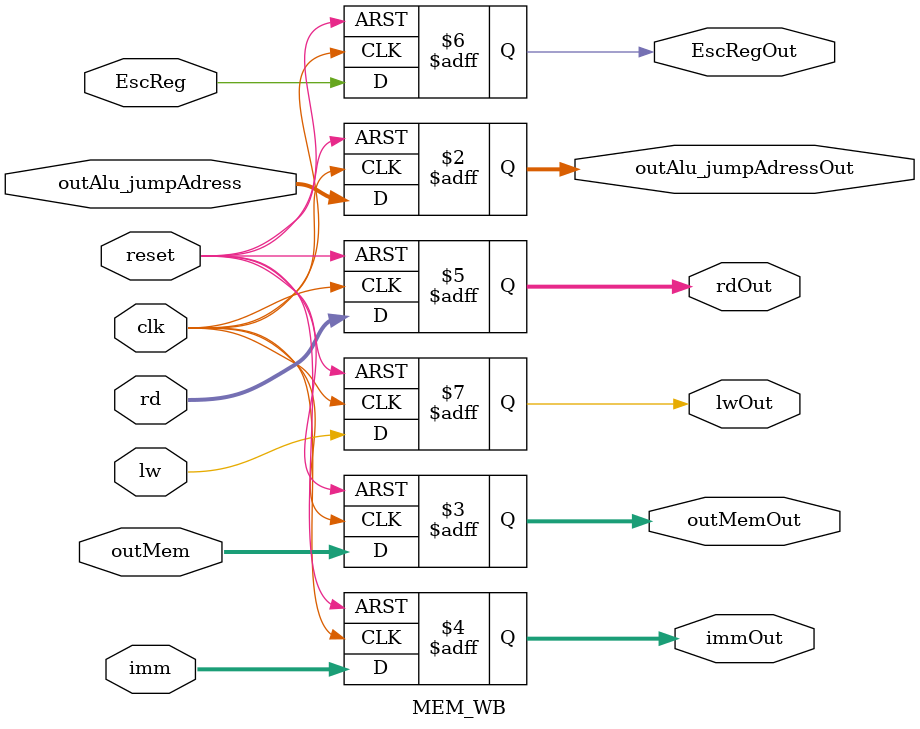
<source format=v>
module MEM_WB(

    input clk, reset,
    input [31:0] outAlu_jumpAdress, outMem, imm,
    input [4:0]  rd,
    input EscReg, lw,
    output reg [31:0] outAlu_jumpAdressOut, outMemOut, immOut,
    output reg [4:0] rdOut,
    output reg EscRegOut, lwOut

);


always @(posedge clk, posedge reset)

    begin
    if (reset)
        begin

        outAlu_jumpAdressOut <= 32'b0;
        outMemOut <= 32'b0;
        rdOut <= 5'b0;
        EscRegOut <= 1'b1;
        lwOut <= 1'b0;
        immOut <= 32'b0;

        end

    else
        begin

        outAlu_jumpAdressOut <= outAlu_jumpAdress;
                                                                                                                                                                                                                                                                                                                                                                                                                                                                                                                                                                                                                                                                                                                                              outMemOut <= outMem;
        rdOut <= rd;
        EscRegOut <= EscReg;
        lwOut <= lw;
        immOut <= imm;

        end

    end
endmodule


</source>
